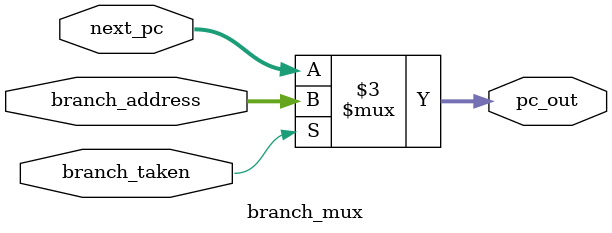
<source format=v>
module branch_mux (
    input branch_taken,          // Signal indicating if a branch is taken
    input [31:0] branch_address, // Address to branch to if branch_taken is high
    input [31:0] next_pc,        // Next sequential PC address
    output reg [31:0] pc_out     // Selected PC address output
);

    // Multiplexer logic
    always @(*) begin
        if (branch_taken) begin
            pc_out = branch_address; // If branch is taken, select branch_address
        end else begin
            pc_out = next_pc;        // Otherwise, select next_pc
        end
    end

endmodule

</source>
